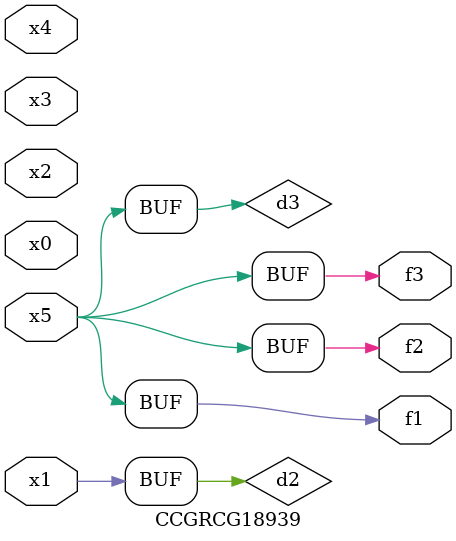
<source format=v>
module CCGRCG18939(
	input x0, x1, x2, x3, x4, x5,
	output f1, f2, f3
);

	wire d1, d2, d3;

	not (d1, x5);
	or (d2, x1);
	xnor (d3, d1);
	assign f1 = d3;
	assign f2 = d3;
	assign f3 = d3;
endmodule

</source>
